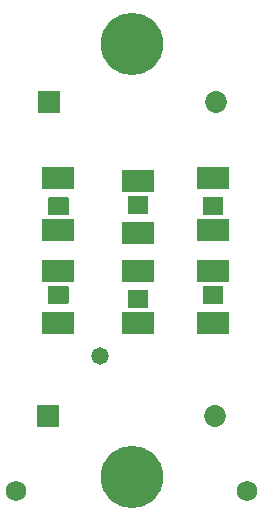
<source format=gbr>
%TF.GenerationSoftware,Altium Limited,Altium Designer,22.4.2 (48)*%
G04 Layer_Color=8388736*
%FSLAX26Y26*%
%MOIN*%
%TF.SameCoordinates,31C44E49-19BD-49CD-A116-05C5AD78183A*%
%TF.FilePolarity,Negative*%
%TF.FileFunction,Soldermask,Top*%
%TF.Part,Single*%
G01*
G75*
%TA.AperFunction,SMDPad,CuDef*%
%ADD20R,0.108000X0.076000*%
%TA.AperFunction,ViaPad*%
%ADD21C,0.068000*%
%ADD22C,0.208000*%
%TA.AperFunction,ComponentPad*%
%ADD23R,0.072961X0.072961*%
%ADD24C,0.072961*%
%TA.AperFunction,ViaPad*%
%ADD25C,0.058000*%
G36*
X501035Y1067754D02*
X501549Y1067651D01*
X502046Y1067483D01*
X502516Y1067251D01*
X502952Y1066960D01*
X503346Y1066614D01*
X503692Y1066220D01*
X503983Y1065784D01*
X504215Y1065313D01*
X504384Y1064817D01*
X504486Y1064303D01*
X504521Y1063780D01*
Y1012559D01*
X504486Y1012036D01*
X504384Y1011521D01*
X504215Y1011025D01*
X503983Y1010555D01*
X503692Y1010119D01*
X503346Y1009725D01*
X502952Y1009379D01*
X502516Y1009087D01*
X502046Y1008856D01*
X501549Y1008687D01*
X501035Y1008585D01*
X500512Y1008550D01*
X439488D01*
X438965Y1008585D01*
X438451Y1008687D01*
X437954Y1008856D01*
X437484Y1009087D01*
X437048Y1009379D01*
X436654Y1009725D01*
X436308Y1010119D01*
X436017Y1010555D01*
X435785Y1011025D01*
X435616Y1011521D01*
X435514Y1012036D01*
X435480Y1012559D01*
Y1063780D01*
X435514Y1064303D01*
X435616Y1064817D01*
X435785Y1065313D01*
X436017Y1065784D01*
X436308Y1066220D01*
X436654Y1066614D01*
X437048Y1066960D01*
X437484Y1067251D01*
X437954Y1067483D01*
X438451Y1067651D01*
X438965Y1067754D01*
X439488Y1067788D01*
X500512D01*
X501035Y1067754D01*
D02*
G37*
G36*
X751035Y1063974D02*
X751549Y1063872D01*
X752046Y1063704D01*
X752516Y1063472D01*
X752952Y1063180D01*
X753346Y1062834D01*
X753692Y1062440D01*
X753983Y1062004D01*
X754215Y1061534D01*
X754384Y1061037D01*
X754486Y1060523D01*
X754520Y1060000D01*
Y1008779D01*
X754486Y1008256D01*
X754384Y1007742D01*
X754215Y1007245D01*
X753983Y1006775D01*
X753692Y1006339D01*
X753346Y1005945D01*
X752952Y1005599D01*
X752516Y1005308D01*
X752046Y1005076D01*
X751549Y1004908D01*
X751035Y1004805D01*
X750512Y1004771D01*
X689488D01*
X688965Y1004805D01*
X688451Y1004908D01*
X687954Y1005076D01*
X687484Y1005308D01*
X687048Y1005599D01*
X686654Y1005945D01*
X686308Y1006339D01*
X686017Y1006775D01*
X685785Y1007245D01*
X685616Y1007742D01*
X685514Y1008256D01*
X685480Y1008779D01*
Y1060000D01*
X685514Y1060523D01*
X685616Y1061037D01*
X685785Y1061534D01*
X686017Y1062004D01*
X686308Y1062440D01*
X686654Y1062834D01*
X687048Y1063180D01*
X687484Y1063472D01*
X687954Y1063704D01*
X688451Y1063872D01*
X688965Y1063974D01*
X689488Y1064009D01*
X750512D01*
X751035Y1063974D01*
D02*
G37*
G36*
X236035D02*
X236549Y1063872D01*
X237046Y1063704D01*
X237516Y1063472D01*
X237952Y1063180D01*
X238346Y1062834D01*
X238692Y1062440D01*
X238983Y1062004D01*
X239215Y1061534D01*
X239384Y1061037D01*
X239486Y1060523D01*
X239520Y1060000D01*
Y1008779D01*
X239486Y1008256D01*
X239384Y1007742D01*
X239215Y1007245D01*
X238983Y1006775D01*
X238692Y1006339D01*
X238346Y1005945D01*
X237952Y1005599D01*
X237516Y1005308D01*
X237046Y1005076D01*
X236549Y1004908D01*
X236035Y1004805D01*
X235512Y1004771D01*
X174488D01*
X173965Y1004805D01*
X173451Y1004908D01*
X172954Y1005076D01*
X172484Y1005308D01*
X172048Y1005599D01*
X171654Y1005945D01*
X171308Y1006339D01*
X171017Y1006775D01*
X170785Y1007245D01*
X170616Y1007742D01*
X170514Y1008256D01*
X170480Y1008779D01*
Y1060000D01*
X170514Y1060523D01*
X170616Y1061037D01*
X170785Y1061534D01*
X171017Y1062004D01*
X171308Y1062440D01*
X171654Y1062834D01*
X172048Y1063180D01*
X172484Y1063472D01*
X172954Y1063704D01*
X173451Y1063872D01*
X173965Y1063974D01*
X174488Y1064009D01*
X235512D01*
X236035Y1063974D01*
D02*
G37*
G36*
X751035Y767754D02*
X751549Y767652D01*
X752046Y767483D01*
X752516Y767251D01*
X752952Y766960D01*
X753346Y766614D01*
X753692Y766220D01*
X753983Y765784D01*
X754215Y765313D01*
X754384Y764817D01*
X754486Y764303D01*
X754520Y763779D01*
Y712559D01*
X754486Y712036D01*
X754384Y711521D01*
X754215Y711025D01*
X753983Y710555D01*
X753692Y710119D01*
X753346Y709725D01*
X752952Y709379D01*
X752516Y709087D01*
X752046Y708856D01*
X751549Y708687D01*
X751035Y708585D01*
X750512Y708550D01*
X689488D01*
X688965Y708585D01*
X688451Y708687D01*
X687954Y708856D01*
X687484Y709087D01*
X687048Y709379D01*
X686654Y709725D01*
X686308Y710119D01*
X686017Y710555D01*
X685785Y711025D01*
X685616Y711521D01*
X685514Y712036D01*
X685480Y712559D01*
Y763779D01*
X685514Y764303D01*
X685616Y764817D01*
X685785Y765313D01*
X686017Y765784D01*
X686308Y766220D01*
X686654Y766614D01*
X687048Y766960D01*
X687484Y767251D01*
X687954Y767483D01*
X688451Y767652D01*
X688965Y767754D01*
X689488Y767788D01*
X750512D01*
X751035Y767754D01*
D02*
G37*
G36*
X236035D02*
X236549Y767652D01*
X237046Y767483D01*
X237516Y767251D01*
X237952Y766960D01*
X238346Y766614D01*
X238692Y766220D01*
X238983Y765784D01*
X239215Y765313D01*
X239384Y764817D01*
X239486Y764303D01*
X239520Y763779D01*
Y712559D01*
X239486Y712036D01*
X239384Y711521D01*
X239215Y711025D01*
X238983Y710555D01*
X238692Y710119D01*
X238346Y709725D01*
X237952Y709379D01*
X237516Y709087D01*
X237046Y708856D01*
X236549Y708687D01*
X236035Y708585D01*
X235512Y708550D01*
X174488D01*
X173965Y708585D01*
X173451Y708687D01*
X172954Y708856D01*
X172484Y709087D01*
X172048Y709379D01*
X171654Y709725D01*
X171308Y710119D01*
X171017Y710555D01*
X170785Y711025D01*
X170616Y711521D01*
X170514Y712036D01*
X170480Y712559D01*
Y763779D01*
X170514Y764303D01*
X170616Y764817D01*
X170785Y765313D01*
X171017Y765784D01*
X171308Y766220D01*
X171654Y766614D01*
X172048Y766960D01*
X172484Y767251D01*
X172954Y767483D01*
X173451Y767652D01*
X173965Y767754D01*
X174488Y767788D01*
X235512D01*
X236035Y767754D01*
D02*
G37*
G36*
X501035Y753974D02*
X501549Y753872D01*
X502046Y753703D01*
X502516Y753471D01*
X502952Y753180D01*
X503346Y752835D01*
X503692Y752440D01*
X503983Y752004D01*
X504215Y751534D01*
X504384Y751038D01*
X504486Y750523D01*
X504520Y750000D01*
Y698779D01*
X504486Y698256D01*
X504384Y697742D01*
X504215Y697245D01*
X503983Y696775D01*
X503692Y696339D01*
X503346Y695945D01*
X502952Y695599D01*
X502516Y695308D01*
X502046Y695076D01*
X501549Y694908D01*
X501035Y694805D01*
X500512Y694771D01*
X439488D01*
X438965Y694805D01*
X438451Y694908D01*
X437954Y695076D01*
X437484Y695308D01*
X437048Y695599D01*
X436654Y695945D01*
X436308Y696339D01*
X436017Y696775D01*
X435785Y697245D01*
X435616Y697742D01*
X435514Y698256D01*
X435480Y698779D01*
Y750000D01*
X435514Y750523D01*
X435616Y751038D01*
X435785Y751534D01*
X436017Y752004D01*
X436308Y752440D01*
X436654Y752835D01*
X437048Y753180D01*
X437484Y753471D01*
X437954Y753703D01*
X438451Y753872D01*
X438965Y753974D01*
X439488Y754009D01*
X500512D01*
X501035Y753974D01*
D02*
G37*
D20*
X720000Y643780D02*
D03*
Y818780D02*
D03*
X470000D02*
D03*
Y643780D02*
D03*
X205000D02*
D03*
Y818780D02*
D03*
X720000Y1128780D02*
D03*
Y953780D02*
D03*
X470000Y943780D02*
D03*
Y1118780D02*
D03*
X205000Y1128780D02*
D03*
Y953780D02*
D03*
D21*
X65000Y85000D02*
D03*
X835000D02*
D03*
D22*
X450000Y130000D02*
D03*
Y1575000D02*
D03*
D23*
X170000Y335000D02*
D03*
X175000Y1380000D02*
D03*
D24*
X725118Y335000D02*
D03*
X730118Y1380000D02*
D03*
D25*
X345000Y535000D02*
D03*
%TF.MD5,f5affd549c988534ed613f2e6db38278*%
M02*

</source>
